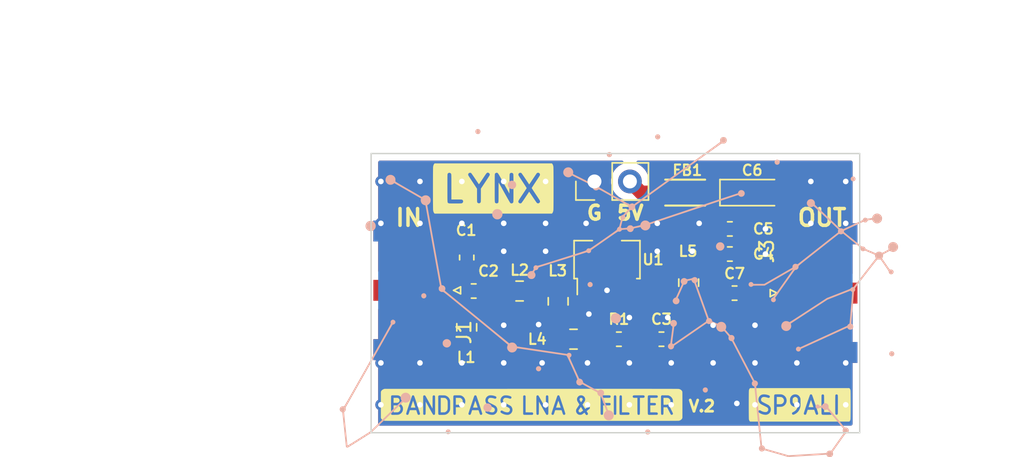
<source format=kicad_pcb>
(kicad_pcb (version 20240108) (generator "pcbnew") (generator_version "8.0")
  (layers (0 "F.Cu" signal) (31 "B.Cu" signal) (34 "B.Paste" user) (35 "F.Paste" user) (36 "B.SilkS" user "B.Silkscreen") (37 "F.SilkS" user "F.Silkscreen") (38 "B.Mask" user) (39 "F.Mask" user) (44 "Edge.Cuts" user))
  (net 0 "")
  (net 1 "GND")
  (net 2 "Net-(C2-Pad2)")
  (net 3 "Net-(C3-Pad1)")
  (net 4 "5V")
  (net 5 "Net-(C4-Pad2)")
  (net 6 "Net-(C7-Pad1)")
  (net 7 "Net-(L3-Pad2)")
  (net 8 "Net-(L4-Pad2)")
  (net 9 "Net-(L2-Pad1)")
  (net 10 "Net-(J1-In)")
  (net 11 "Net-(J3-In)")
  (footprint "Capacitor_SMD:C_0603_1608Metric" (layer "F.Cu") (at 134.35 92.45 90)
    (property "Reference" "C1" (at 1.95 -0.0375 180) (layer "F.SilkS") (effects (font (size 0.75 0.75))))
    (property "Value" "8pF")
    (pad "1" smd roundrect (at -0.7875 0 90) (size 0.875 0.95) (layers "F.Cu" "F.Paste" "F.Mask") (net 10 "Net-(J1-In)"))
    (pad "2" smd roundrect (at 0.7875 0 90) (size 0.875 0.95) (layers "F.Cu" "F.Paste" "F.Mask") (net 1 "GND"))
  )
  (footprint "Capacitor_Tantalum_SMD:CP_EIA-3216-18_Kemet-A" (layer "F.Cu") (at 154.8 87.8)
    (property "Reference" "C6" (at 0 -1.6 0) (layer "F.SilkS") (effects (font (size 0.75 0.75))))
    (property "Value" "10uF")
    (pad "1" smd roundrect (at -1.35 0) (size 1.4 1.35) (layers "F.Cu" "F.Paste" "F.Mask") (roundrect_rratio 0.1851851852) (net 5 "Net-(C4-Pad2)"))
    (pad "2" smd roundrect (at 1.35 0) (size 1.4 1.35) (layers "F.Cu" "F.Paste" "F.Mask") (roundrect_rratio 0.1851851852) (net 1 "GND"))
  )
  (footprint "Package_TO_SOT_SMD:SOT-89-3" (layer "F.Cu") (at 144.4 92.9 90)
    (property "Reference" "U1" (at 0.3 3.3 180) (layer "F.SilkS") (effects (font (size 0.75 0.75))))
    (property "Value" "PGA-103+")
    (pad "1" smd rect (at -1.65 -1.5 90) (size 1.3 0.9) (layers "F.Cu" "F.Paste" "F.Mask") (net 9 "Net-(L2-Pad1)"))
    (pad "2" smd custom (at -1.5625 0 90) (size 1.475 0.9) (layers "F.Cu" "F.Paste" "F.Mask") (net 1 "GND") (options (clearance outline) (anchor rect)) (primitives (gr_poly (pts (xy 0.7375 -0.8665) (xy 3.8625 -0.8665) (xy 3.8625 0.8665) (xy 0.7375 0.8665)) (width 0) (fill yes))))
    (pad "3" smd rect (at -1.65 1.5 90) (size 1.3 0.9) (layers "F.Cu" "F.Paste" "F.Mask") (net 6 "Net-(C7-Pad1)"))
  )
  (footprint "Inductor_SMD:L_0805_2012Metric" (layer "F.Cu") (at 138.1375 94.85 180)
    (property "Reference" "L2" (at 0 1.5 0) (layer "F.SilkS") (effects (font (size 0.75 0.75))))
    (property "Value" "560nH")
    (pad "1" smd roundrect (at -0.9375 0 180) (size 0.975 1.4) (layers "F.Cu" "F.Paste" "F.Mask") (net 9 "Net-(L2-Pad1)"))
    (pad "2" smd roundrect (at 0.9375 0 180) (size 0.975 1.4) (layers "F.Cu" "F.Paste" "F.Mask") (net 2 "Net-(C2-Pad2)"))
  )
  (footprint "Connector_Coaxial:SMA_Amphenol_132289_EdgeMount" (layer "F.Cu") (at 159.8 95)
    (property "Reference" "J3" (at -3.96 -3 90) (layer "F.SilkS"))
    (property "Value" "Conn_Coaxial")
    (pad "1" smd rect (at 0 0 90) (size 1.5 5.08) (layers "F.Cu" "F.Paste" "F.Mask") (net 11 "Net-(J3-In)"))
    (pad "2" smd rect (at 0 -4.25 90) (size 1.5 5.08) (layers "F.Cu" "F.Paste" "F.Mask") (net 1 "GND"))
    (pad "2" smd rect (at 0 -4.25 90) (size 1.5 5.08) (layers "B.Cu" "B.Paste" "B.Mask") (net 1 "GND"))
    (pad "2" smd rect (at 0 4.25 90) (size 1.5 5.08) (layers "F.Cu" "F.Paste" "F.Mask") (net 1 "GND"))
    (pad "2" smd rect (at 0 4.25 90) (size 1.5 5.08) (layers "B.Cu" "B.Paste" "B.Mask") (net 1 "GND"))
  )
  (footprint "Capacitor_SMD:C_0603_1608Metric" (layer "F.Cu") (at 134.85 94.85)
    (property "Reference" "C2" (at 1.0625 -1.43 0) (layer "F.SilkS") (effects (font (size 0.75 0.75))))
    (property "Value" "2.7pF")
    (pad "1" smd roundrect (at -0.7875 0) (size 0.875 0.95) (layers "F.Cu" "F.Paste" "F.Mask") (net 10 "Net-(J1-In)"))
    (pad "2" smd roundrect (at 0.7875 0) (size 0.875 0.95) (layers "F.Cu" "F.Paste" "F.Mask") (net 2 "Net-(C2-Pad2)"))
  )
  (footprint "Capacitor_SMD:C_0603_1608Metric" (layer "F.Cu") (at 153.5375 95)
    (property "Reference" "C7" (at 0 -1.4 0) (layer "F.SilkS") (effects (font (size 0.75 0.75))))
    (property "Value" "100pF")
    (pad "1" smd roundrect (at -0.7875 0) (size 0.875 0.95) (layers "F.Cu" "F.Paste" "F.Mask") (net 6 "Net-(C7-Pad1)"))
    (pad "2" smd roundrect (at 0.7875 0) (size 0.875 0.95) (layers "F.Cu" "F.Paste" "F.Mask") (net 11 "Net-(J3-In)"))
  )
  (footprint "Resistor_SMD:R_0603_1608Metric" (layer "F.Cu") (at 145.25 98.3)
    (property "Reference" "R1" (at 0 -1.43 0) (layer "F.SilkS") (effects (font (size 0.75 0.75))))
    (property "Value" "120R")
    (pad "1" smd roundrect (at -0.7875 0) (size 0.875 0.95) (layers "F.Cu" "F.Paste" "F.Mask") (net 8 "Net-(L4-Pad2)"))
    (pad "2" smd roundrect (at 0.7875 0) (size 0.875 0.95) (layers "F.Cu" "F.Paste" "F.Mask") (net 3 "Net-(C3-Pad1)"))
  )
  (footprint "Inductor_SMD:L_0805_2012Metric" (layer "F.Cu") (at 142 98.3)
    (property "Reference" "L4" (at -2.6 0 0) (layer "F.SilkS") (effects (font (size 0.75 0.75))))
    (property "Value" "390nH")
    (pad "1" smd roundrect (at -0.9375 0) (size 0.975 1.4) (layers "F.Cu" "F.Paste" "F.Mask") (net 7 "Net-(L3-Pad2)"))
    (pad "2" smd roundrect (at 0.9375 0) (size 0.975 1.4) (layers "F.Cu" "F.Paste" "F.Mask") (net 8 "Net-(L4-Pad2)"))
  )
  (footprint "fbead:Murata-BLM18-0.15-t0.8-0-0-IPC_A" (layer "F.Cu") (at 150 87.8)
    (property "Reference" "FB1" (at -1 -1.6 0) (layer "F.SilkS") (effects (font (size 0.75 0.75)) (justify left)))
    (property "Value" "600R/0.5A" (hide yes))
    (pad "1" smd rect (at -0.776082 0) (size 1.306056 1.05822) (layers "F.Cu" "F.Paste" "F.Mask") (net 4 "5V"))
    (pad "2" smd rect (at 0.776082 0) (size 1.306056 1.05822) (layers "F.Cu" "F.Paste" "F.Mask") (net 5 "Net-(C4-Pad2)"))
  )
  (footprint "Connector_PinHeader_2.54mm:PinHeader_1x02_P2.54mm_Vertical" (layer "F.Cu") (at 143.5 87 90)
    (property "Reference" "J2" (hide yes))
    (property "Value" "V5-GND")
    (pad "1" thru_hole rect (at 0 0 90) (size 1.7 1.7) (drill 1) (layers "*.Cu" "*.Mask") (net 1 "GND"))
    (pad "2" thru_hole oval (at 0 2.54 90) (size 1.7 1.7) (drill 1) (layers "*.Cu" "*.Mask") (net 4 "5V"))
  )
  (footprint "Capacitor_SMD:C_0603_1608Metric" (layer "F.Cu") (at 153.2 92.2 180)
    (property "Reference" "C4" (at -2.4 0 0) (layer "F.SilkS") (effects (font (size 0.75 0.75))))
    (property "Value" "100pF")
    (pad "1" smd roundrect (at -0.7875 0 180) (size 0.875 0.95) (layers "F.Cu" "F.Paste" "F.Mask") (net 1 "GND"))
    (pad "2" smd roundrect (at 0.7875 0 180) (size 0.875 0.95) (layers "F.Cu" "F.Paste" "F.Mask") (net 5 "Net-(C4-Pad2)"))
  )
  (footprint "Inductor_SMD:L_0805_2012Metric" (layer "F.Cu") (at 140.9 95.5875 -90)
    (property "Reference" "L3" (at -2.1875 0.0375 180) (layer "F.SilkS") (effects (font (size 0.75 0.75))))
    (property "Value" "220nH")
    (pad "1" smd roundrect (at -0.9375 0 270) (size 0.975 1.4) (layers "F.Cu" "F.Paste" "F.Mask") (net 9 "Net-(L2-Pad1)"))
    (pad "2" smd roundrect (at 0.9375 0 270) (size 0.975 1.4) (layers "F.Cu" "F.Paste" "F.Mask") (net 7 "Net-(L3-Pad2)"))
  )
  (footprint "lna_images:LNA" (layer "F.Cu") (at 139 103)
    (property "Reference" "G***" (hide yes))
    (property "Value" "LOGO" (hide yes))
  )
  (footprint "Inductor_SMD:L_0805_2012Metric" (layer "F.Cu") (at 150.25 94.25 90)
    (property "Reference" "L5" (at 2.25 -0.05 180) (layer "F.SilkS") (effects (font (size 0.75 0.75))))
    (property "Value" "220nH")
    (pad "1" smd roundrect (at -0.9375 0 90) (size 0.975 1.4) (layers "F.Cu" "F.Paste" "F.Mask") (net 6 "Net-(C7-Pad1)"))
    (pad "2" smd roundrect (at 0.9375 0 90) (size 0.975 1.4) (layers "F.Cu" "F.Paste" "F.Mask") (net 5 "Net-(C4-Pad2)"))
  )
  (footprint "lna_images:name" (layer "F.Cu") (at 136.25 87.5)
    (property "Reference" "G***" (hide yes))
    (property "Value" "LOGO" (hide yes))
  )
  (footprint "Capacitor_SMD:C_0603_1608Metric" (layer "F.Cu") (at 148.3 98.3)
    (property "Reference" "C3" (at 0 -1.43 0) (layer "F.SilkS") (effects (font (size 0.75 0.75))))
    (property "Value" "330pF")
    (pad "1" smd roundrect (at -0.7875 0) (size 0.875 0.95) (layers "F.Cu" "F.Paste" "F.Mask") (net 3 "Net-(C3-Pad1)"))
    (pad "2" smd roundrect (at 0.7875 0) (size 0.875 0.95) (layers "F.Cu" "F.Paste" "F.Mask") (net 1 "GND"))
  )
  (footprint "Connector_Coaxial:SMA_Amphenol_132289_EdgeMount" (layer "F.Cu") (at 130.2 94.8 180)
    (property "Reference" "J1" (at -3.96 -3 -90) (layer "F.SilkS"))
    (property "Value" "Conn_Coaxial")
    (pad "1" smd rect (at 0 0 270) (size 1.5 5.08) (layers "F.Cu" "F.Paste" "F.Mask") (net 10 "Net-(J1-In)"))
    (pad "2" smd rect (at 0 -4.25 270) (size 1.5 5.08) (layers "F.Cu" "F.Paste" "F.Mask") (net 1 "GND"))
    (pad "2" smd rect (at 0 -4.25 270) (size 1.5 5.08) (layers "B.Cu" "B.Paste" "B.Mask") (net 1 "GND"))
    (pad "2" smd rect (at 0 4.25 270) (size 1.5 5.08) (layers "F.Cu" "F.Paste" "F.Mask") (net 1 "GND"))
    (pad "2" smd rect (at 0 4.25 270) (size 1.5 5.08) (layers "B.Cu" "B.Paste" "B.Mask") (net 1 "GND"))
  )
  (footprint "Inductor_SMD:L_0805_2012Metric" (layer "F.Cu") (at 134.35 97.45 -90)
    (property "Reference" "L1" (at 2.15 0.0375 180) (layer "F.SilkS") (effects (font (size 0.75 0.75))))
    (property "Value" "200nH")
    (pad "1" smd roundrect (at -0.9375 0 270) (size 0.975 1.4) (layers "F.Cu" "F.Paste" "F.Mask") (net 10 "Net-(J1-In)"))
    (pad "2" smd roundrect (at 0.9375 0 270) (size 0.975 1.4) (layers "F.Cu" "F.Paste" "F.Mask") (net 1 "GND"))
  )
  (footprint "Capacitor_SMD:C_0603_1608Metric" (layer "F.Cu") (at 153.2 90.4)
    (property "Reference" "C5" (at 2.4 0 0) (layer "F.SilkS") (effects (font (size 0.75 0.75))))
    (property "Value" "100nF")
    (pad "1" smd roundrect (at -0.7875 0) (size 0.875 0.95) (layers "F.Cu" "F.Paste" "F.Mask") (net 5 "Net-(C4-Pad2)"))
    (pad "2" smd roundrect (at 0.7875 0) (size 0.875 0.95) (layers "F.Cu" "F.Paste" "F.Mask") (net 1 "GND"))
  )
  (footprint "lna_images:sign" (layer "F.Cu") (at 158.2 103)
    (property "Reference" "G***" (hide yes))
    (property "Value" "LOGO" (hide yes))
  )
  (footprint "lna_images:BACKGROUND" (layer "B.Cu") (at 145.25 95 180)
    (property "Reference" "G***" (hide yes))
    (property "Value" "LOGO" (hide yes))
  )
  (gr_line (start 127.5 104.99979) (end 127.5 84.99983) (stroke (width 0.1)) (layer "Edge.Cuts"))
  (gr_line (start 162.5 84.99983) (end 162.5 104.99979) (stroke (width 0.1)) (layer "Edge.Cuts"))
  (gr_line (start 162.5 104.99979) (end 127.5 104.99979) (stroke (width 0.1)) (layer "Edge.Cuts"))
  (gr_line (start 127.5 84.99983) (end 162.5 84.99983) (stroke (width 0.1)) (layer "Edge.Cuts"))
  (gr_text "5V\n" (at 146.07 89.25 0) (layer "F.SilkS") (effects (font (size 1 1) (thickness 0.25))))
  (gr_text "G" (at 143.5 89.25 0) (layer "F.SilkS") (effects (font (size 1 1) (thickness 0.25))))
  (gr_text "V.2" (at 151.2 103.1 0) (layer "F.SilkS") (effects (font (size 0.8 0.8) (thickness 0.2))))
  (gr_text "OUT" (at 159.8 89.6 0) (layer "F.SilkS") (effects (font (size 1.2 1.2) (thickness 0.25))))
  (gr_text "IN" (at 130.2 89.6 0) (layer "F.SilkS") (effects (font (size 1.2 1.2) (thickness 0.25))))
  (segment (start 130.2 90.8) (end 131 90) (width 1) (layer "F.Cu") (net 1))
  (segment (start 144.4 94.4625) (end 144.4 90.9) (width 1) (layer "F.Cu") (net 1))
  (segment (start 159.8 98.2) (end 158 100) (width 1) (layer "F.Cu") (net 1))
  (segment (start 159.8 92.099999) (end 159.8 90.8) (width 1) (layer "F.Cu") (net 1))
  (segment (start 154.55 92.2) (end 155.8 92.2) (width 1) (layer "F.Cu") (net 1))
  (segment (start 130.2 99.2) (end 131 100) (width 1) (layer "F.Cu") (net 1))
  (segment (start 154.55 90.4) (end 155.8 90.4) (width 1) (layer "F.Cu") (net 1))
  (segment (start 130.2 97.700001) (end 130.2 99.2) (width 1) (layer "F.Cu") (net 1))
  (segment (start 143.5 87) (end 143.5 90) (width 1) (layer "F.Cu") (net 1))
  (segment (start 144.4 90.9) (end 143.5 90) (width 1) (layer "F.Cu") (net 1))
  (segment (start 130.2 92) (end 130.2 90.8) (width 1) (layer "F.Cu") (net 1))
  (segment (start 159.8 90.8) (end 159 90) (width 1) (layer "F.Cu") (net 1))
  (segment (start 159.8 97.8) (end 159.8 98.2) (width 1) (layer "F.Cu") (net 1))
  (via (at 137 103) (size 0.8) (drill 0.4) (layers "F.Cu" "B.Cu") (net 1))
  (via (at 161.5 103) (size 0.8) (drill 0.4) (layers "F.Cu" "B.Cu") (net 1))
  (via (at 134 87) (size 0.8) (drill 0.4) (layers "F.Cu" "B.Cu") (net 1))
  (via (at 139.5 97.25) (size 0.8) (drill 0.4) (layers "F.Cu" "B.Cu") (net 1))
  (via (at 149 103) (size 0.8) (drill 0.4) (layers "F.Cu" "B.Cu") (net 1))
  (via (at 158 103) (size 0.8) (drill 0.4) (layers "F.Cu" "B.Cu") (net 1))
  (via (at 148 90) (size 0.8) (drill 0.4) (layers "F.Cu" "B.Cu") (net 1))
  (via (at 137 87) (size 0.8) (drill 0.4) (layers "F.Cu" "B.Cu") (net 1))
  (via (at 155.75 90.4) (size 0.8) (drill 0.4) (layers "F.Cu" "B.Cu") (net 1))
  (via (at 137 90) (size 0.8) (drill 0.4) (layers "F.Cu" "B.Cu") (net 1))
  (via (at 131 87) (size 0.8) (drill 0.4) (layers "F.Cu" "B.Cu") (net 1))
  (via (at 151 90) (size 0.8) (drill 0.4) (layers "F.Cu" "B.Cu") (net 1))
  (via (at 150.5 92) (size 0.8) (drill 0.4) (layers "F.Cu" "B.Cu") (net 1))
  (via (at 144.4 94.8) (size 0.8) (drill 0.4) (layers "F.Cu" "B.Cu") (net 1))
  (via (at 143 100) (size 0.8) (drill 0.4) (layers "F.Cu" "B.Cu") (net 1))
  (via (at 128.2 90) (size 0.8) (drill 0.4) (layers "F.Cu" "B.Cu") (net 1))
  (via (at 137 92) (size 0.8) (drill 0.4) (layers "F.Cu" "B.Cu") (net 1))
  (via (at 131 90) (size 0.8) (drill 0.4) (layers "F.Cu" "B.Cu") (net 1))
  (via (at 146 96.75) (size 0.8) (drill 0.4) (layers "F.Cu" "B.Cu") (net 1))
  (via (at 149 100) (size 0.8) (drill 0.4) (layers "F.Cu" "B.Cu") (net 1))
  (via (at 143.1 96.5) (size 0.8) (drill 0.4) (layers "F.Cu" "B.Cu") (net 1))
  (via (at 143 103) (size 0.8) (drill 0.4) (layers "F.Cu" "B.Cu") (net 1))
  (via (at 131 100) (size 0.8) (drill 0.4) (layers "F.Cu" "B.Cu") (net 1))
  (via (at 131 103) (size 0.8) (drill 0.4) (layers "F.Cu" "B.Cu") (net 1))
  (via (at 134 103) (size 0.8) (drill 0.4) (layers "F.Cu" "B.Cu") (net 1))
  (via (at 139.75 100) (size 0.8) (drill 0.4) (layers "F.Cu" "B.Cu") (net 1))
  (via (at 137 97.3) (size 0.8) (drill 0.4) (layers "F.Cu" "B.Cu") (net 1))
  (via (at 152 100) (size 0.8) (drill 0.4) (layers "F.Cu" "B.Cu") (net 1))
  (via (at 155 103) (size 0.8) (drill 0.4) (layers "F.Cu" "B.Cu") (net 1))
  (via (at 148 92) (size 0.8) (drill 0.4) (layers "F.Cu" "B.Cu") (net 1))
  (via (at 134 100) (size 0.8) (drill 0.4) (layers "F.Cu" "B.Cu") (net 1))
  (via (at 159 90) (size 0.8) (drill 0.4) (layers "F.Cu" "B.Cu") (net 1))
  (via (at 155.75 92.2) (size 0.8) (drill 0.4) (layers "F.Cu" "B.Cu") (net 1))
  (via (at 140 92) (size 0.8) (drill 0.4) (layers "F.Cu" "B.Cu") (net 1))
  (via (at 159 87) (size 0.8) (drill 0.4) (layers "F.Cu" "B.Cu") (net 1))
  (via (at 146 100) (size 0.8) (drill 0.4) (layers "F.Cu" "B.Cu") (net 1))
  (via (at 128.2 103) (size 0.8) (drill 0.4) (layers "F.Cu" "B.Cu") (net 1))
  (via (at 146 103) (size 0.8) (drill 0.4) (layers "F.Cu" "B.Cu") (net 1))
  (via (at 161.5 100) (size 0.8) (drill 0.4) (layers "F.Cu" "B.Cu") (net 1))
  (via (at 153.7 102.9) (size 0.8) (drill 0.4) (layers "F.Cu" "B.Cu") (net 1))
  (via (at 161.5 87) (size 0.8) (drill 0.4) (layers "F.Cu" "B.Cu") (net 1))
  (via (at 158 100) (size 0.8) (drill 0.4) (layers "F.Cu" "B.Cu") (net 1))
  (via (at 155 97.3) (size 0.8) (drill 0.4) (layers "F.Cu" "B.Cu") (net 1))
  (via (at 140 103) (size 0.8) (drill 0.4) (layers "F.Cu" "B.Cu") (net 1))
  (via (at 161.5 90) (size 0.8) (drill 0.4) (layers "F.Cu" "B.Cu") (net 1))
  (via (at 155 100) (size 0.8) (drill 0.4) (layers "F.Cu" "B.Cu") (net 1))
  (via (at 128.2 87) (size 0.8) (drill 0.4) (layers "F.Cu" "B.Cu") (net 1))
  (via (at 148.75 96.75) (size 0.8) (drill 0.4) (layers "F.Cu" "B.Cu") (net 1))
  (via (at 137 100) (size 0.8) (drill 0.4) (layers "F.Cu" "B.Cu") (net 1))
  (via (at 140 90) (size 0.8) (drill 0.4) (layers "F.Cu" "B.Cu") (net 1))
  (via (at 134 90) (size 0.8) (drill 0.4) (layers "F.Cu" "B.Cu") (net 1))
  (via (at 128.2 100) (size 0.8) (drill 0.4) (layers "F.Cu" "B.Cu") (net 1))
  (via (at 152 97.3) (size 0.8) (drill 0.4) (layers "F.Cu" "B.Cu") (net 1))
  (via (at 140 87) (size 0.8) (drill 0.4) (layers "F.Cu" "B.Cu") (net 1))
  (via (at 142.9 90) (size 0.8) (drill 0.4) (layers "F.Cu" "B.Cu") (net 1))
  (segment (start 130.2 90.8) (end 131 90) (width 1) (layer "B.Cu") (net 1))
  (segment (start 130.2 97.649999) (end 130.2 99.2) (width 1) (layer "B.Cu") (net 1))
  (segment (start 130.2 92) (end 130.2 90.8) (width 1) (layer "B.Cu") (net 1))
  (segment (start 159.8 97.8) (end 159.8 98.2) (width 1) (layer "B.Cu") (net 1))
  (segment (start 159.8 92.150001) (end 159.8 90.8) (width 1) (layer "B.Cu") (net 1))
  (segment (start 130.2 99.2) (end 131 100) (width 1) (layer "B.Cu") (net 1))
  (segment (start 159.8 98.2) (end 158 100) (width 1) (layer "B.Cu") (net 1))
  (segment (start 159.8 90.8) (end 159 90) (width 1) (layer "B.Cu") (net 1))
  (segment (start 135.6375 94.85) (end 137.2 94.85) (width 1) (layer "F.Cu") (net 2))
  (segment (start 147.5125 98.3) (end 146.0375 98.3) (width 1) (layer "F.Cu") (net 3))
  (segment (start 146.84 87.8) (end 146.04 87) (width 1) (layer "F.Cu") (net 4))
  (segment (start 149.223918 87.8) (end 146.84 87.8) (width 1) (layer "F.Cu") (net 4))
  (segment (start 150.25 93.3125) (end 151.3 93.3125) (width 1) (layer "F.Cu") (net 5))
  (segment (start 152.4125 88.8375) (end 153.45 87.8) (width 1) (layer "F.Cu") (net 5))
  (segment (start 151.3 93.3125) (end 152.4125 92.2) (width 1) (layer "F.Cu") (net 5))
  (segment (start 152.4125 90.4) (end 152.4125 88.8375) (width 1) (layer "F.Cu") (net 5))
  (segment (start 152.4125 92.2) (end 152.4125 90.4) (width 1) (layer "F.Cu") (net 5))
  (segment (start 153.45 87.8) (end 150.776082 87.8) (width 1) (layer "F.Cu") (net 5))
  (segment (start 146.737501 95.1875) (end 146.100001 94.55) (width 1) (layer "F.Cu") (net 6))
  (segment (start 150.25 95.1875) (end 146.737501 95.1875) (width 1) (layer "F.Cu") (net 6))
  (segment (start 150.0625 95) (end 150.25 95.1875) (width 1) (layer "F.Cu") (net 6))
  (segment (start 150.25 95.1875) (end 152.5625 95.1875) (width 1) (layer "F.Cu") (net 6))
  (segment (start 152.5625 95.1875) (end 152.75 95) (width 1) (layer "F.Cu") (net 6))
  (segment (start 141.0625 96.6875) (end 140.9 96.525) (width 1) (layer "F.Cu") (net 7))
  (segment (start 141.0625 98.3) (end 141.0625 96.6875) (width 1) (layer "F.Cu") (net 7))
  (segment (start 142.9 98.3) (end 144.425 98.3) (width 1) (layer "F.Cu") (net 8))
  (segment (start 140.9 94.65) (end 142.8 94.65) (width 1) (layer "F.Cu") (net 9))
  (segment (start 139.075 94.85) (end 140.7 94.85) (width 1) (layer "F.Cu") (net 9))
  (segment (start 140.7 94.85) (end 140.9 94.65) (width 1) (layer "F.Cu") (net 9))
  (segment (start 142.8 94.65) (end 142.9 94.55) (width 1) (layer "F.Cu") (net 9))
  (segment (start 134.0625 94.85) (end 134.0625 96.225) (width 1) (layer "F.Cu") (net 10))
  (segment (start 130.2 94.8) (end 134.0125 94.8) (width 1) (layer "F.Cu") (net 10))
  (segment (start 134.0625 96.225) (end 134.35 96.5125) (width 1) (layer "F.Cu") (net 10))
  (segment (start 134.0625 93.525) (end 134.35 93.2375) (width 1) (layer "F.Cu") (net 10))
  (segment (start 134.0125 94.8) (end 134.0625 94.85) (width 1) (layer "F.Cu") (net 10))
  (segment (start 134.0625 94.85) (end 134.0625 93.525) (width 1) (layer "F.Cu") (net 10))
  (segment (start 154.325 95) (end 159.8 95) (width 1) (layer "F.Cu") (net 11))
  (zone (net 1) (net_name "GND") (layer "F.Cu") (connect_pads yes (clearance 0.508)) (min_thickness 0.254) (fill yes (thermal_gap 0.508) (thermal_bridge_width 0.508))
    (polygon (pts (xy 162.5 105) (xy 127.5 105) (xy 127.5 85) (xy 162.5 85)))
  )
  (zone (net 1) (net_name "GND") (layer "B.Cu") (connect_pads yes (clearance 0.508)) (min_thickness 0.254) (fill yes (thermal_gap 0.508) (thermal_bridge_width 0.508))
    (polygon (pts (xy 162.5 105) (xy 127.5 105) (xy 127.5 85) (xy 162.5 85)))
  )
)
</source>
